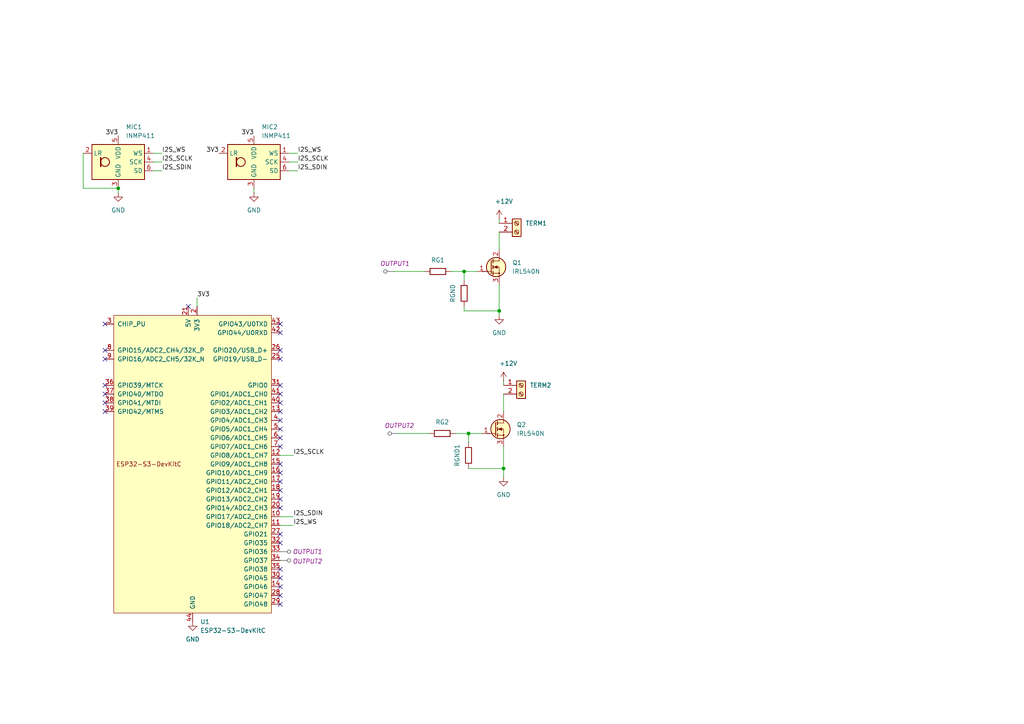
<source format=kicad_sch>
(kicad_sch (version 20231120) (generator "eeschema") (generator_version "8.0")
  (paper "A4")
  (lib_symbols
    (symbol "Connector:Screw_Terminal_01x02" (pin_names (offset 1.016) hide)
      (property "Reference" "J" (at 0 2.54 0))
      (property "Value" "Screw_Terminal_01x02" (at 0 -5.08 0))
      (symbol "Screw_Terminal_01x02_1_1"
        (rectangle (start -1.27 1.27) (end 1.27 -3.81) (stroke (width 0.254)) (fill (type background)))
        (circle (center 0 -2.54) (radius 0.635) (stroke (width 0.1524)))
        (polyline (pts (xy -0.5334 -2.2098) (xy 0.3302 -3.048)) (stroke (width 0.1524)))
        (polyline (pts (xy -0.5334 0.3302) (xy 0.3302 -0.508)) (stroke (width 0.1524)))
        (polyline (pts (xy -0.3556 -2.032) (xy 0.508 -2.8702)) (stroke (width 0.1524)))
        (polyline (pts (xy -0.3556 0.508) (xy 0.508 -0.3302)) (stroke (width 0.1524)))
        (circle (center 0 0) (radius 0.635) (stroke (width 0.1524)))
        (pin passive line (at -5.08 0 0) (length 3.81) (name "Pin_1") (number "1"))
        (pin passive line (at -5.08 -2.54 0) (length 3.81) (name "Pin_2") (number "2"))
      )
    )
    (symbol "PCM_Espressif:ESP32-S3-DevKitC" (pin_names (offset 1.016))
      (property "Reference" "U" (at -22.86 48.26 0))
      (property "Value" "ESP32-S3-DevKitC" (at -22.86 45.72 0))
      (symbol "ESP32-S3-DevKitC_0_0"
        (text "ESP32-S3-DevKitC" (at -12.7 0 0) (effects (font (size 1.27 1.27))))
        (pin bidirectional line (at 25.4 -35.56 180) (length 2.54) (name "GPIO46") (number "14"))
        (pin bidirectional line (at 25.4 -10.16 180) (length 2.54) (name "GPIO13/ADC2_CH2") (number "19"))
        (pin bidirectional line (at -25.4 15.24 0) (length 2.54) (name "GPIO42/MTMS") (number "39"))
        (pin bidirectional line (at 25.4 17.78 180) (length 2.54) (name "GPIO2/ADC1_CH1") (number "40"))
        (pin bidirectional line (at 25.4 20.32 180) (length 2.54) (name "GPIO1/ADC1_CH0") (number "41"))
        (pin bidirectional line (at 25.4 38.1 180) (length 2.54) (name "GPIO44/U0RXD") (number "42"))
        (pin bidirectional line (at 25.4 40.64 180) (length 2.54) (name "GPIO43/U0TXD") (number "43"))
        (pin power_in line (at 0 -45.72 90) (length 2.54) (name "GND") (number "44"))
      )
      (symbol "ESP32-S3-DevKitC_0_1"
        (rectangle (start -22.86 43.18) (end 22.86 -43.18) (fill (type background)))
        (pin power_in line (at 1.27 45.72 270) (length 2.54) (name "3V3") (number "2"))
      )
      (symbol "ESP32-S3-DevKitC_1_1"
        (pin passive line (at 1.27 45.72 270) (length 2.54) hide (name "3V3") (number "1"))
        (pin bidirectional line (at 25.4 -15.24 180) (length 2.54) (name "GPIO17/ADC2_CH6") (number "10"))
        (pin bidirectional line (at 25.4 -17.78 180) (length 2.54) (name "GPIO18/ADC2_CH7") (number "11"))
        (pin bidirectional line (at 25.4 2.54 180) (length 2.54) (name "GPIO8/ADC1_CH7") (number "12"))
        (pin bidirectional line (at 25.4 15.24 180) (length 2.54) (name "GPIO3/ADC1_CH2") (number "13"))
        (pin bidirectional line (at 25.4 0 180) (length 2.54) (name "GPIO9/ADC1_CH8") (number "15"))
        (pin bidirectional line (at 25.4 -2.54 180) (length 2.54) (name "GPIO10/ADC1_CH9") (number "16"))
        (pin bidirectional line (at 25.4 -5.08 180) (length 2.54) (name "GPIO11/ADC2_CH0") (number "17"))
        (pin bidirectional line (at 25.4 -7.62 180) (length 2.54) (name "GPIO12/ADC2_CH1") (number "18"))
        (pin bidirectional line (at 25.4 -12.7 180) (length 2.54) (name "GPIO14/ADC2_CH3") (number "20"))
        (pin power_in line (at -1.27 45.72 270) (length 2.54) (name "5V") (number "21"))
        (pin passive line (at 0 -45.72 90) (length 2.54) hide (name "GND") (number "22"))
        (pin passive line (at 0 -45.72 90) (length 2.54) hide (name "GND") (number "23"))
        (pin passive line (at 0 -45.72 90) (length 2.54) hide (name "GND") (number "24"))
        (pin bidirectional line (at 25.4 30.48 180) (length 2.54) (name "GPIO19/USB_D-") (number "25"))
        (pin bidirectional line (at 25.4 33.02 180) (length 2.54) (name "GPIO20/USB_D+") (number "26"))
        (pin bidirectional line (at 25.4 -20.32 180) (length 2.54) (name "GPIO21") (number "27"))
        (pin bidirectional line (at 25.4 -38.1 180) (length 2.54) (name "GPIO47") (number "28"))
        (pin bidirectional line (at 25.4 -40.64 180) (length 2.54) (name "GPIO48") (number "29"))
        (pin input line (at -25.4 40.64 0) (length 2.54) (name "CHIP_PU") (number "3"))
        (pin bidirectional line (at 25.4 -33.02 180) (length 2.54) (name "GPIO45") (number "30"))
        (pin bidirectional line (at 25.4 22.86 180) (length 2.54) (name "GPIO0") (number "31"))
        (pin bidirectional line (at 25.4 -22.86 180) (length 2.54) (name "GPIO35") (number "32"))
        (pin bidirectional line (at 25.4 -25.4 180) (length 2.54) (name "GPIO36") (number "33"))
        (pin bidirectional line (at 25.4 -27.94 180) (length 2.54) (name "GPIO37") (number "34"))
        (pin bidirectional line (at 25.4 -30.48 180) (length 2.54) (name "GPIO38") (number "35"))
        (pin bidirectional line (at -25.4 22.86 0) (length 2.54) (name "GPIO39/MTCK") (number "36"))
        (pin bidirectional line (at -25.4 20.32 0) (length 2.54) (name "GPIO40/MTDO") (number "37"))
        (pin bidirectional line (at -25.4 17.78 0) (length 2.54) (name "GPIO41/MTDI") (number "38"))
        (pin bidirectional line (at 25.4 12.7 180) (length 2.54) (name "GPIO4/ADC1_CH3") (number "4"))
        (pin bidirectional line (at 25.4 10.16 180) (length 2.54) (name "GPIO5/ADC1_CH4") (number "5"))
        (pin bidirectional line (at 25.4 7.62 180) (length 2.54) (name "GPIO6/ADC1_CH5") (number "6"))
        (pin bidirectional line (at 25.4 5.08 180) (length 2.54) (name "GPIO7/ADC1_CH6") (number "7"))
        (pin bidirectional line (at -25.4 33.02 0) (length 2.54) (name "GPIO15/ADC2_CH4/32K_P") (number "8"))
        (pin bidirectional line (at -25.4 30.48 0) (length 2.54) (name "GPIO16/ADC2_CH5/32K_N") (number "9"))
      )
    )
    (symbol "PCM_SL_Devices:Resistor_0.5W"
      (property "Reference" "R" (at 0 5.08 0))
      (property "Value" "Resistor_0.5W" (at 0 2.54 0))
      (symbol "Resistor_0.5W_0_1"
        (rectangle (start -2.286 0.889) (end 2.286 -0.889) (stroke (width 0.24)))
      )
      (symbol "Resistor_0.5W_1_1"
        (pin passive line (at -3.81 0 0) (length 1.5) (name "") (number "1"))
        (pin passive line (at 3.81 0 180) (length 1.5) (name "~") (number "2"))
      )
    )
    (symbol "PCM_Transistor_MOSFET_AKL:IRL540N" (pin_names hide)
      (property "Reference" "Q" (at 5.08 1.27 0))
      (property "Value" "IRL540N" (at 5.08 -1.27 0))
      (symbol "IRL540N_0_1"
        (polyline (pts (xy 0.254 -1.27) (xy -2.54 -1.27)))
        (polyline (pts (xy 0.254 1.905) (xy 0.254 -1.905)) (stroke (width 0.254)))
        (polyline (pts (xy 0.762 -1.778) (xy 2.54 -1.778)))
        (polyline (pts (xy 0.762 -1.27) (xy 0.762 -2.286)) (stroke (width 0.254)))
        (polyline (pts (xy 0.762 0.508) (xy 0.762 -0.508)) (stroke (width 0.254)))
        (polyline (pts (xy 0.762 2.286) (xy 0.762 1.27)) (stroke (width 0.254)))
        (polyline (pts (xy 2.54 1.778) (xy 0.762 1.778)))
        (polyline (pts (xy 2.54 2.54) (xy 2.54 1.778)))
        (polyline (pts (xy 2.54 -2.54) (xy 2.54 0) (xy 0.762 0)))
        (polyline (pts (xy 1.016 0) (xy 2.032 0.381) (xy 2.032 -0.381) (xy 1.016 0)) (fill (type outline)))
        (circle (center 1.651 0) (radius 2.794) (stroke (width 0.254)) (fill (type background)))
        (circle (center 2.54 -1.778) (radius 0.1778) (fill (type outline)))
      )
      (symbol "IRL540N_1_1"
        (pin input line (at -3.81 -1.27 0) (length 2.54) (name "G") (number "1"))
        (pin passive line (at 2.54 5.08 270) (length 2.54) (name "D") (number "2"))
        (pin passive line (at 2.54 -5.08 90) (length 2.54) (name "S") (number "3"))
      )
    )
    (symbol "Sensor_Audio:ICS-43434"
      (property "Reference" "MK" (at -7.62 6.35 0))
      (property "Value" "ICS-43434" (at 1.27 6.35 0))
      (symbol "ICS-43434_1_1"
        (rectangle (start -7.62 5.08) (end 7.62 -5.08) (stroke (width 0.254)) (fill (type background)))
        (circle (center -3.81 0) (radius 1.27) (stroke (width 0.254)))
        (polyline (pts (xy -5.08 1.27) (xy -5.08 -1.27)) (stroke (width 0.381)))
        (pin input line (at 10.16 2.54 180) (length 2.54) (name "WS") (number "1"))
        (pin input line (at -10.16 2.54 0) (length 2.54) (name "LR") (number "2"))
        (pin power_in line (at 0 -7.62 90) (length 2.54) (name "GND") (number "3"))
        (pin input line (at 10.16 0 180) (length 2.54) (name "SCK") (number "4"))
        (pin power_in line (at 0 7.62 270) (length 2.54) (name "VDD") (number "5"))
        (pin output line (at 10.16 -2.54 180) (length 2.54) (name "SD") (number "6"))
      )
    )
    (symbol "power:+12V" (power) (pin_numbers hide) (pin_names (offset 0) hide)
      (property "Value" "+12V" (at 0 3.556 0))
      (symbol "+12V_0_1"
        (polyline (pts (xy -0.762 1.27) (xy 0 2.54)))
        (polyline (pts (xy 0 0) (xy 0 2.54)))
        (polyline (pts (xy 0 2.54) (xy 0.762 1.27)))
      )
      (symbol "+12V_1_1"
        (pin power_in line (at 0 0 90) (length 0) (name "~") (number "1"))
      )
    )
    (symbol "power:GND" (power) (pin_numbers hide) (pin_names (offset 0) hide)
      (property "Value" "GND" (at 0 -3.81 0))
      (symbol "GND_0_1"
        (polyline (pts (xy 0 0) (xy 0 -1.27) (xy 1.27 -1.27) (xy 0 -2.54) (xy -1.27 -1.27) (xy 0 -1.27)))
      )
      (symbol "GND_1_1"
        (pin power_in line (at 0 0 270) (length 0) (name "~") (number "1"))
      )
    )
  )
  (junction (at 146.05 135.89))
  (junction (at 144.78 90.17))
  (junction (at 135.89 125.73))
  (junction (at 34.29 54.61))
  (junction (at 134.62 78.74))
  (no_connect (at 30.48 93.98))
  (no_connect (at 81.28 142.24))
  (no_connect (at 81.28 114.3))
  (no_connect (at 81.28 104.14))
  (no_connect (at 30.48 116.84))
  (no_connect (at 81.28 101.6))
  (no_connect (at 81.28 172.72))
  (no_connect (at 54.61 88.9))
  (no_connect (at 81.28 154.94))
  (no_connect (at 81.28 139.7))
  (no_connect (at 81.28 134.62))
  (no_connect (at 81.28 96.52))
  (no_connect (at 81.28 170.18))
  (no_connect (at 81.28 165.1))
  (no_connect (at 81.28 116.84))
  (no_connect (at 30.48 101.6))
  (no_connect (at 81.28 124.46))
  (no_connect (at 81.28 119.38))
  (no_connect (at 30.48 114.3))
  (no_connect (at 30.48 104.14))
  (no_connect (at 81.28 144.78))
  (no_connect (at 81.28 137.16))
  (no_connect (at 81.28 175.26))
  (no_connect (at 81.28 127))
  (no_connect (at 30.48 111.76))
  (no_connect (at 30.48 119.38))
  (no_connect (at 81.28 129.54))
  (no_connect (at 81.28 93.98))
  (no_connect (at 81.28 147.32))
  (no_connect (at 81.28 121.92))
  (no_connect (at 81.28 157.48))
  (no_connect (at 81.28 167.64))
  (no_connect (at 81.28 111.76))
  (wire (pts (xy 135.89 125.73) (xy 139.7 125.73)))
  (wire (pts (xy 134.62 78.74) (xy 134.62 81.28)))
  (wire (pts (xy 57.15 86.36) (xy 57.15 88.9)))
  (wire (pts (xy 134.62 78.74) (xy 138.43 78.74)))
  (wire (pts (xy 115.57 125.73) (xy 124.46 125.73)))
  (wire (pts (xy 86.36 49.53) (xy 83.82 49.53)))
  (wire (pts (xy 134.62 90.17) (xy 144.78 90.17)))
  (wire (pts (xy 130.81 78.74) (xy 134.62 78.74)))
  (wire (pts (xy 144.78 90.17) (xy 144.78 91.44)))
  (wire (pts (xy 134.62 88.9) (xy 134.62 90.17)))
  (wire (pts (xy 81.28 149.86) (xy 85.09 149.86)))
  (wire (pts (xy 44.45 44.45) (xy 46.99 44.45)))
  (wire (pts (xy 132.08 125.73) (xy 135.89 125.73)))
  (wire (pts (xy 83.82 46.99) (xy 86.36 46.99)))
  (wire (pts (xy 81.28 152.4) (xy 85.09 152.4)))
  (wire (pts (xy 146.05 135.89) (xy 146.05 138.43)))
  (wire (pts (xy 73.66 55.88) (xy 73.66 54.61)))
  (wire (pts (xy 144.78 82.55) (xy 144.78 90.17)))
  (wire (pts (xy 24.13 54.61) (xy 34.29 54.61)))
  (wire (pts (xy 83.82 44.45) (xy 86.36 44.45)))
  (wire (pts (xy 146.05 110.49) (xy 146.05 111.76)))
  (wire (pts (xy 144.78 63.5) (xy 144.78 64.77)))
  (wire (pts (xy 34.29 55.88) (xy 34.29 54.61)))
  (wire (pts (xy 44.45 46.99) (xy 46.99 46.99)))
  (wire (pts (xy 146.05 114.3) (xy 146.05 119.38)))
  (wire (pts (xy 144.78 67.31) (xy 144.78 72.39)))
  (wire (pts (xy 135.89 125.73) (xy 135.89 128.27)))
  (wire (pts (xy 46.99 49.53) (xy 44.45 49.53)))
  (wire (pts (xy 146.05 129.54) (xy 146.05 135.89)))
  (wire (pts (xy 81.28 132.08) (xy 85.09 132.08)))
  (wire (pts (xy 135.89 135.89) (xy 146.05 135.89)))
  (wire (pts (xy 114.3 78.74) (xy 123.19 78.74)))
  (wire (pts (xy 24.13 44.45) (xy 24.13 54.61)))
  (label "I2S_WS" (at 85.09 152.4 0))
  (label "3V3" (at 34.29 39.37 180))
  (label "I2S_SCLK" (at 46.99 46.99 0))
  (label "3V3" (at 63.5 44.45 180))
  (label "I2S_SCLK" (at 86.36 46.99 0))
  (label "3V3" (at 73.66 39.37 180))
  (label "I2S_SDIN" (at 85.09 149.86 0))
  (label "3V3" (at 57.15 86.36 0))
  (label "I2S_WS" (at 86.36 44.45 0))
  (label "I2S_WS" (at 46.99 44.45 0))
  (label "I2S_SDIN" (at 86.36 49.53 0))
  (label "I2S_SDIN" (at 46.99 49.53 0))
  (label "I2S_SCLK" (at 85.09 132.08 0))
  (netclass_flag "" (length 2.54) (shape round) (at 114.3 78.74 90) (property "Netclass" "OUTPUT1" (at 110.236 76.454 0) (effects (font (italic yes)) (justify left))))
  (netclass_flag "" (length 2.54) (shape round) (at 115.57 125.73 90) (property "Netclass" "OUTPUT2" (at 111.506 123.444 0) (effects (font (italic yes)) (justify left))))
  (netclass_flag "" (length 2.54) (shape round) (at 81.28 160.02 270) (property "Netclass" "OUTPUT1" (at 93.472 160.02 0) (effects (font (italic yes)) (justify right))))
  (netclass_flag "" (length 2.54) (shape round) (at 81.28 162.56 270) (property "Netclass" "OUTPUT2" (at 93.472 162.814 0) (effects (font (italic yes)) (justify right))))
  (symbol (lib_id "power:GND") (at 146.05 138.43 0) (unit 1)
    (property "Reference" "#PWR05" (effects (hide yes)))
    (property "Value" "GND" (at 146.05 143.51 0))
    (property "Description" "Power symbol creates a global label with name \"GND\" , ground" (effects (hide yes)))
  )
  (symbol (lib_id "PCM_SL_Devices:Resistor_0.5W") (at 128.27 125.73 0) (unit 1)
    (property "Reference" "RG2" (at 128.27 122.428 0))
    (property "Value" "1K" (effects (hide yes)))
    (property "Footprint" "Resistor_THT:R_Axial_DIN0309_L9.0mm_D3.2mm_P15.24mm_Horizontal" (effects (hide yes)))
    (property "Description" "0.5W Resistor" (effects (hide yes)))
  )
  (symbol (lib_id "Connector:Screw_Terminal_01x02") (at 151.13 111.76 0) (unit 1)
    (property "Reference" "TERM2" (at 153.67 111.7599 0) (effects (justify left)))
    (property "Value" "Screw_Terminal_01x02" (effects (hide yes)))
    (property "Description" "Generic screw terminal, single row, 01x02, script generated (kicad-library-utils/schlib/autogen/connector/)" (effects (hide yes)))
  )
  (symbol (lib_id "PCM_Transistor_MOSFET_AKL:IRL540N") (at 143.51 124.46 0) (unit 1)
    (property "Reference" "Q2" (at 149.86 123.1899 0) (effects (justify left)))
    (property "Value" "IRL540N" (at 149.86 125.7299 0) (effects (justify left)))
    (property "Footprint" "Package_TO_SOT_THT_AKL:TO-220-3_Vertical_GDS" (effects (hide yes)))
    (property "Datasheet" "https://www.tme.eu/Document/4e4b825d493d39061873a75efe1158b6/irl540n.pdf" (effects (hide yes)))
    (property "Description" "TO-220 N-MOSFET enchancement mode transistor, 100V, 36A, 140W, Alternate KiCAD Library" (effects (hide yes)))
  )
  (symbol (lib_id "power:GND") (at 34.29 55.88 0) (unit 1)
    (property "Reference" "#PWR010" (effects (hide yes)))
    (property "Value" "GND" (at 34.29 60.96 0))
    (property "Description" "Power symbol creates a global label with name \"GND\" , ground" (effects (hide yes)))
  )
  (symbol (lib_id "power:+12V") (at 146.05 110.49 0) (unit 1)
    (property "Reference" "#PWR09" (effects (hide yes)))
    (property "Value" "+12V" (at 144.78 105.41 0) (effects (justify left)))
    (property "Description" "Power symbol creates a global label with name \"+12V\"" (effects (hide yes)))
  )
  (symbol (lib_id "power:GND") (at 144.78 91.44 0) (unit 1)
    (property "Reference" "#PWR07" (effects (hide yes)))
    (property "Value" "GND" (at 144.78 96.52 0))
    (property "Description" "Power symbol creates a global label with name \"GND\" , ground" (effects (hide yes)))
  )
  (symbol (lib_id "Connector:Screw_Terminal_01x02") (at 149.86 64.77 0) (unit 1)
    (property "Reference" "TERM1" (at 152.4 64.7699 0) (effects (justify left)))
    (property "Value" "Screw_Terminal_01x02" (effects (hide yes)))
    (property "Description" "Generic screw terminal, single row, 01x02, script generated (kicad-library-utils/schlib/autogen/connector/)" (effects (hide yes)))
  )
  (symbol (lib_id "PCM_SL_Devices:Resistor_0.5W") (at 134.62 85.09 90) (unit 1)
    (property "Reference" "RGND" (at 131.318 85.09 0))
    (property "Value" "1K" (effects (hide yes)))
    (property "Footprint" "Resistor_THT:R_Axial_DIN0309_L9.0mm_D3.2mm_P15.24mm_Horizontal" (effects (hide yes)))
    (property "Description" "0.5W Resistor" (effects (hide yes)))
  )
  (symbol (lib_id "power:GND") (at 73.66 55.88 0) (unit 1)
    (property "Reference" "#PWR011" (effects (hide yes)))
    (property "Value" "GND" (at 73.66 60.96 0))
    (property "Description" "Power symbol creates a global label with name \"GND\" , ground" (effects (hide yes)))
  )
  (symbol (lib_id "Sensor_Audio:ICS-43434") (at 73.66 46.99 0) (unit 1)
    (property "Reference" "MIC2" (at 75.8541 36.83 0) (effects (justify left)))
    (property "Value" "INMP411" (at 75.8541 39.37 0) (effects (justify left)))
    (property "Footprint" "Sensor_Audio:InvenSense_ICS-43434-6_3.5x2.65mm" (effects (hide yes)))
    (property "Datasheet" "https://www.invensense.com/wp-content/uploads/2016/02/DS-000069-ICS-43434-v1.2.pdf" (effects (hide yes)))
    (property "Description" "TDK InvenSense MEMS Microphone, 24-bit I2S, 65 dBA SNR, LGA-6" (effects (hide yes)))
  )
  (symbol (lib_id "power:GND") (at 55.88 180.34 0) (unit 1)
    (property "Reference" "#PWR01" (effects (hide yes)))
    (property "Value" "GND" (at 55.88 185.42 0))
    (property "Description" "Power symbol creates a global label with name \"GND\" , ground" (effects (hide yes)))
  )
  (symbol (lib_id "PCM_SL_Devices:Resistor_0.5W") (at 127 78.74 0) (unit 1)
    (property "Reference" "RG1" (at 127 75.438 0))
    (property "Value" "1K" (effects (hide yes)))
    (property "Footprint" "Resistor_THT:R_Axial_DIN0309_L9.0mm_D3.2mm_P15.24mm_Horizontal" (effects (hide yes)))
    (property "Description" "0.5W Resistor" (effects (hide yes)))
  )
  (symbol (lib_id "power:+12V") (at 144.78 63.5 0) (unit 1)
    (property "Reference" "#PWR06" (effects (hide yes)))
    (property "Value" "+12V" (at 143.51 58.42 0) (effects (justify left)))
    (property "Description" "Power symbol creates a global label with name \"+12V\"" (effects (hide yes)))
  )
  (symbol (lib_id "PCM_Transistor_MOSFET_AKL:IRL540N") (at 142.24 77.47 0) (unit 1)
    (property "Reference" "Q1" (at 148.59 76.1999 0) (effects (justify left)))
    (property "Value" "IRL540N" (at 148.59 78.7399 0) (effects (justify left)))
    (property "Footprint" "Package_TO_SOT_THT_AKL:TO-220-3_Vertical_GDS" (effects (hide yes)))
    (property "Datasheet" "https://www.tme.eu/Document/4e4b825d493d39061873a75efe1158b6/irl540n.pdf" (effects (hide yes)))
    (property "Description" "TO-220 N-MOSFET enchancement mode transistor, 100V, 36A, 140W, Alternate KiCAD Library" (effects (hide yes)))
  )
  (symbol (lib_id "PCM_Espressif:ESP32-S3-DevKitC") (at 55.88 134.62 0) (unit 1)
    (property "Reference" "U1" (at 58.0741 180.34 0) (effects (justify left)))
    (property "Value" "ESP32-S3-DevKitC" (at 58.0741 182.88 0) (effects (justify left)))
    (property "Footprint" "PCM_Espressif:ESP32-S3-DevKitC" (effects (hide yes)))
    (property "Description" "ESP32-S3-DevKitC" (effects (hide yes)))
  )
  (symbol (lib_id "Sensor_Audio:ICS-43434") (at 34.29 46.99 0) (unit 1)
    (property "Reference" "MIC1" (at 36.4841 36.83 0) (effects (justify left)))
    (property "Value" "INMP411" (at 36.4841 39.37 0) (effects (justify left)))
    (property "Footprint" "Sensor_Audio:InvenSense_ICS-43434-6_3.5x2.65mm" (effects (hide yes)))
    (property "Datasheet" "https://www.invensense.com/wp-content/uploads/2016/02/DS-000069-ICS-43434-v1.2.pdf" (effects (hide yes)))
    (property "Description" "TDK InvenSense MEMS Microphone, 24-bit I2S, 65 dBA SNR, LGA-6" (effects (hide yes)))
  )
  (symbol (lib_id "PCM_SL_Devices:Resistor_0.5W") (at 135.89 132.08 90) (unit 1)
    (property "Reference" "RGND1" (at 132.588 132.08 0))
    (property "Value" "1K" (effects (hide yes)))
    (property "Footprint" "Resistor_THT:R_Axial_DIN0309_L9.0mm_D3.2mm_P15.24mm_Horizontal" (effects (hide yes)))
    (property "Description" "0.5W Resistor" (effects (hide yes)))
  )
)
</source>
